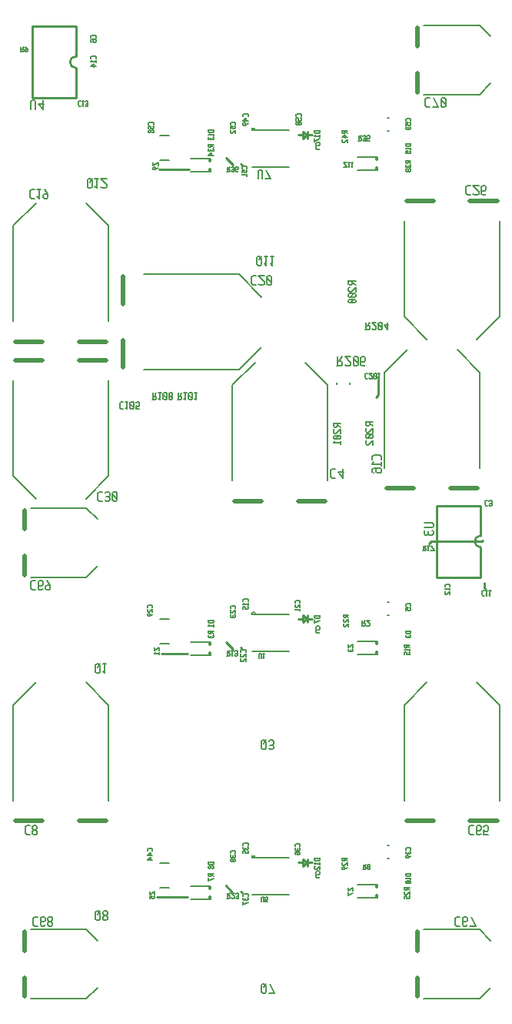
<source format=gbr>
G04 start of page 11 for group -4078 idx -4078 *
G04 Title: fet12, bottomsilk *
G04 Creator: pcb 20140316 *
G04 CreationDate: Thu 12 Apr 2018 01:23:09 AM GMT UTC *
G04 For: brian *
G04 Format: Gerber/RS-274X *
G04 PCB-Dimensions (mil): 6000.00 5000.00 *
G04 PCB-Coordinate-Origin: lower left *
%MOIN*%
%FSLAX25Y25*%
%LNBOTTOMSILK*%
%ADD197C,0.0120*%
%ADD196C,0.0200*%
%ADD195C,0.0080*%
%ADD194C,0.0060*%
%ADD193C,0.0100*%
G54D193*X278500Y79500D02*X279000Y79000D01*
X272000Y82000D02*X274500Y79500D01*
X255500Y77000D02*X242000D01*
X278500Y185000D02*X279000Y184500D01*
X272000Y187500D02*X275000Y184500D01*
X255500Y182500D02*X244000D01*
X307000Y197500D02*X305500Y196000D01*
X307500D02*Y199000D01*
X305500D02*X307000Y197500D01*
X307500D02*X309500D01*
X305500D02*X303500D01*
X307000Y92000D02*X305500Y90500D01*
Y93500D01*
X307000Y92000D01*
X307500Y90500D02*Y93500D01*
Y92000D02*X309500D01*
X305500D02*X303500D01*
X256000Y392000D02*X243000D01*
X278500Y394500D02*X279000Y394000D01*
X272000Y397000D02*X275000Y394000D01*
X307000Y407000D02*X305500Y405500D01*
Y408500D01*
X307000Y407000D01*
X307500Y405500D02*Y408500D01*
Y407000D02*X309500D01*
X305500D02*X303500D01*
X337000Y293500D02*X338000Y294500D01*
X384000Y213000D02*Y211000D01*
X384500Y210500D01*
X383500Y231500D02*X383000Y231000D01*
X361000D01*
X360000Y230000D01*
X338000Y294500D02*Y301000D01*
X305500Y196000D02*Y199000D01*
G54D194*X312500Y400750D02*X312875Y401125D01*
X311375Y400750D02*X312500D01*
X311000Y401125D02*X311375Y400750D01*
X311000Y401125D02*Y403375D01*
X311375Y403750D01*
X312500D01*
X312875Y403375D01*
Y402625D02*Y403375D01*
X312500Y402250D02*X312875Y402625D01*
X311750Y402250D02*X312500D01*
Y191250D02*X312875Y191625D01*
X311375Y191250D02*X312500D01*
X311000Y191625D02*X311375Y191250D01*
X311000Y191625D02*Y193875D01*
X311375Y194250D01*
X312500D01*
X312875Y193875D01*
Y193125D02*Y193875D01*
X312500Y192750D02*X312875Y193125D01*
X311750Y192750D02*X312500D01*
Y85250D02*X312875Y85625D01*
X311375Y85250D02*X312500D01*
X311000Y85625D02*X311375Y85250D01*
X311000Y85625D02*Y87875D01*
X311375Y88250D01*
X312500D01*
X312875Y87875D01*
Y87125D02*Y87875D01*
X312500Y86750D02*X312875Y87125D01*
X311750Y86750D02*X312500D01*
G54D195*X342107Y408745D02*X342893D01*
X342107Y414255D02*X342893D01*
X243532Y396186D02*X247468D01*
X243532Y406814D02*X247468D01*
G54D193*X188000Y423000D02*X207000D01*
X188000Y454000D02*Y423000D01*
Y454000D02*X207000D01*
Y436000D02*Y423000D01*
Y454000D02*Y441000D01*
G75*G03X207000Y436000I0J-2500D01*G01*
G54D196*X377874Y378528D02*X389685D01*
X350315D02*X362126D01*
G54D195*X390669Y369669D02*Y328331D01*
X349331Y369669D02*Y328331D01*
X359173Y318488D01*
X390669Y328331D02*X380827Y318488D01*
G54D196*X355146Y453476D02*Y445406D01*
Y433594D02*Y425524D01*
G54D195*X357902Y454461D02*X382114D01*
X357902Y424539D02*X382114D01*
X386839Y429264D01*
X382114Y454461D02*X386839Y449736D01*
G54D197*X337634Y397059D02*Y396350D01*
Y392650D02*Y391941D01*
G54D195*X329169Y397256D02*X337831D01*
X329169Y391744D02*X337831D01*
X283429Y409071D02*X299571D01*
X283429Y392929D02*X299571D01*
X284807Y409071D02*G75*G03X283232Y409071I-787J0D01*G01*
G54D197*X265134Y396559D02*Y395850D01*
Y392150D02*Y391441D01*
G54D195*X256669Y396756D02*X265331D01*
X256669Y391244D02*X265331D01*
G54D196*X227472Y345685D02*Y333874D01*
Y318126D02*Y306315D01*
G54D195*X236331Y346669D02*X277669D01*
X236331Y305331D02*X277669D01*
X287512Y315173D01*
X277669Y346669D02*X287512Y336827D01*
G54D196*X180815Y317472D02*X192626D01*
X208374D02*X220185D01*
G54D195*X179831Y367669D02*Y326331D01*
X221169Y367669D02*Y326331D01*
Y367669D02*X211327Y377512D01*
X179831Y367669D02*X189673Y377512D01*
G54D196*X208374Y309528D02*X220185D01*
X180815D02*X192626D01*
G54D195*X221169Y300669D02*Y259331D01*
X179831Y300669D02*Y259331D01*
X189673Y249488D01*
X221169Y259331D02*X211327Y249488D01*
G54D196*X184646Y244476D02*Y236406D01*
Y224594D02*Y216524D01*
G54D195*X187402Y245461D02*X211614D01*
X187402Y215539D02*X211614D01*
X216339Y220264D01*
X211614Y245461D02*X216339Y240736D01*
X325755Y299893D02*Y299107D01*
X320245Y299893D02*Y299107D01*
G54D196*X275815Y248472D02*X287626D01*
X303374D02*X315185D01*
G54D195*X274831Y298669D02*Y257331D01*
X316169Y298669D02*Y257331D01*
Y298669D02*X306327Y308512D01*
X274831Y298669D02*X284673Y308512D01*
G54D196*X341815Y253972D02*X353626D01*
X381185D02*X369374D01*
G54D195*X340831Y304169D02*Y262831D01*
X382169Y304169D02*Y262831D01*
Y304169D02*X372327Y314012D01*
X340831Y304169D02*X350673Y314012D01*
G54D193*X363500Y215500D02*X382500D01*
X363500Y246500D02*Y215500D01*
Y246500D02*X382500D01*
Y228500D02*Y215500D01*
Y246500D02*Y233500D01*
G75*G03X382500Y228500I0J-2500D01*G01*
G54D196*X180815Y109972D02*X192626D01*
X208374D02*X220185D01*
G54D195*X179831Y118831D02*Y160169D01*
X221169Y118831D02*Y160169D01*
X211327Y170012D01*
X179831Y160169D02*X189673Y170012D01*
X342107Y199245D02*X342893D01*
X342107Y204755D02*X342893D01*
G54D197*X337634Y187559D02*Y186850D01*
Y183150D02*Y182441D01*
G54D195*X329169Y187756D02*X337831D01*
X329169Y182244D02*X337831D01*
X243532Y186686D02*X247468D01*
X243532Y197314D02*X247468D01*
G54D196*X350315Y109972D02*X362126D01*
X389685D02*X377874D01*
G54D195*X349331Y160169D02*Y118831D01*
X390669Y160169D02*Y118831D01*
Y160169D02*X380827Y170012D01*
X349331Y160169D02*X359173Y170012D01*
G54D196*X355146Y61976D02*Y53906D01*
Y42094D02*Y34024D01*
G54D195*X357902Y62961D02*X382114D01*
X357902Y33039D02*X382114D01*
X386839Y37764D01*
X382114Y62961D02*X386839Y58236D01*
G54D197*X265134Y187059D02*Y186350D01*
Y182650D02*Y181941D01*
G54D195*X256669Y187256D02*X265331D01*
X256669Y181744D02*X265331D01*
X283429Y199571D02*X299571D01*
X283429Y183429D02*X299571D01*
X284807Y199571D02*G75*G03X283232Y199571I-787J0D01*G01*
X243532Y81186D02*X247468D01*
X243532Y91814D02*X247468D01*
G54D197*X265134Y81559D02*Y80850D01*
Y77150D02*Y76441D01*
G54D195*X256669Y81756D02*X265331D01*
X256669Y76244D02*X265331D01*
G54D196*X184646Y61976D02*Y53906D01*
Y42094D02*Y34024D01*
G54D195*X187402Y62961D02*X211614D01*
X187402Y33039D02*X211614D01*
X216339Y37764D01*
X211614Y62961D02*X216339Y58236D01*
X342107Y93745D02*X342893D01*
X342107Y99255D02*X342893D01*
X283429Y94071D02*X299571D01*
X283429Y77929D02*X299571D01*
X284807Y94071D02*G75*G03X283232Y94071I-787J0D01*G01*
G54D197*X337634Y82059D02*Y81350D01*
Y77650D02*Y76941D01*
G54D195*X329169Y82256D02*X337831D01*
X329169Y76744D02*X337831D01*
G54D194*X185700Y108000D02*X187000D01*
X185000Y107300D02*X185700Y108000D01*
X185000Y104700D02*Y107300D01*
Y104700D02*X185700Y104000D01*
X187000D01*
X188200Y107500D02*X188700Y108000D01*
X188200Y106700D02*Y107500D01*
Y106700D02*X188900Y106000D01*
X189500D01*
X190200Y106700D01*
Y107500D01*
X189700Y108000D02*X190200Y107500D01*
X188700Y108000D02*X189700D01*
X188200Y105300D02*X188900Y106000D01*
X188200Y104500D02*Y105300D01*
Y104500D02*X188700Y104000D01*
X189700D01*
X190200Y104500D01*
Y105300D01*
X189500Y106000D02*X190200Y105300D01*
X189200Y68500D02*X190500D01*
X188500Y67800D02*X189200Y68500D01*
X188500Y65200D02*Y67800D01*
Y65200D02*X189200Y64500D01*
X190500D01*
X193200D02*X193700Y65000D01*
X192200Y64500D02*X193200D01*
X191700Y65000D02*X192200Y64500D01*
X191700Y65000D02*Y68000D01*
X192200Y68500D01*
X193200Y66300D02*X193700Y66800D01*
X191700Y66300D02*X193200D01*
X192200Y68500D02*X193200D01*
X193700Y68000D01*
Y66800D02*Y68000D01*
X194900D02*X195400Y68500D01*
X194900Y67200D02*Y68000D01*
Y67200D02*X195600Y66500D01*
X196200D01*
X196900Y67200D01*
Y68000D01*
X196400Y68500D02*X196900Y68000D01*
X195400Y68500D02*X196400D01*
X194900Y65800D02*X195600Y66500D01*
X194900Y65000D02*Y65800D01*
Y65000D02*X195400Y64500D01*
X196400D01*
X196900Y65000D01*
Y65800D01*
X196200Y66500D02*X196900Y65800D01*
X217200Y252500D02*X218500D01*
X216500Y251800D02*X217200Y252500D01*
X216500Y249200D02*Y251800D01*
Y249200D02*X217200Y248500D01*
X218500D01*
X219700Y249000D02*X220200Y248500D01*
X221200D01*
X221700Y249000D01*
X221200Y252500D02*X221700Y252000D01*
X220200Y252500D02*X221200D01*
X219700Y252000D02*X220200Y252500D01*
Y250300D02*X221200D01*
X221700Y249000D02*Y249800D01*
Y250800D02*Y252000D01*
Y250800D02*X221200Y250300D01*
X221700Y249800D02*X221200Y250300D01*
X222900Y252000D02*X223400Y252500D01*
X222900Y249000D02*Y252000D01*
Y249000D02*X223400Y248500D01*
X224400D01*
X224900Y249000D01*
Y252000D01*
X224400Y252500D02*X224900Y252000D01*
X223400Y252500D02*X224400D01*
X222900Y251500D02*X224900Y249500D01*
X215500Y174500D02*Y177500D01*
Y174500D02*X216000Y174000D01*
X217000D01*
X217500Y174500D01*
Y177000D01*
X216500Y178000D02*X217500Y177000D01*
X216000Y178000D02*X216500D01*
X215500Y177500D02*X216000Y178000D01*
X216500Y176500D02*X217500Y178000D01*
X218700Y174800D02*X219500Y174000D01*
Y178000D01*
X218700D02*X220200D01*
X188200Y214000D02*X189500D01*
X187500Y213300D02*X188200Y214000D01*
X187500Y210700D02*Y213300D01*
Y210700D02*X188200Y210000D01*
X189500D01*
X192200D02*X192700Y210500D01*
X191200Y210000D02*X192200D01*
X190700Y210500D02*X191200Y210000D01*
X190700Y210500D02*Y213500D01*
X191200Y214000D01*
X192200Y211800D02*X192700Y212300D01*
X190700Y211800D02*X192200D01*
X191200Y214000D02*X192200D01*
X192700Y213500D01*
Y212300D02*Y213500D01*
X194400Y214000D02*X195900Y212000D01*
Y210500D02*Y212000D01*
X195400Y210000D02*X195900Y210500D01*
X194400Y210000D02*X195400D01*
X193900Y210500D02*X194400Y210000D01*
X193900Y210500D02*Y211500D01*
X194400Y212000D01*
X195900D01*
X264540Y409230D02*X266700D01*
X264540Y408528D02*X264918Y408150D01*
X266322D01*
X266700Y408528D02*X266322Y408150D01*
X266700Y408528D02*Y409500D01*
X264540Y408528D02*Y409500D01*
X264972Y407502D02*X264540Y407070D01*
X266700D01*
Y406692D02*Y407502D01*
X264810Y406044D02*X264540Y405774D01*
Y405234D02*Y405774D01*
Y405234D02*X264810Y404964D01*
X266700Y405234D02*X266430Y404964D01*
X266700Y405234D02*Y405774D01*
X266430Y406044D02*X266700Y405774D01*
X265512Y405234D02*Y405774D01*
X264810Y404964D02*X265242D01*
X265782D02*X266430D01*
X265782D02*X265512Y405234D01*
X265242Y404964D02*X265512Y405234D01*
X272500Y391040D02*X273580D01*
X273850Y391310D01*
Y391850D01*
X273580Y392120D02*X273850Y391850D01*
X272770Y392120D02*X273580D01*
X272770Y391040D02*Y393200D01*
X273202Y392120D02*X273850Y393200D01*
X274498Y391310D02*X274768Y391040D01*
X275308D01*
X275578Y391310D01*
X275308Y393200D02*X275578Y392930D01*
X274768Y393200D02*X275308D01*
X274498Y392930D02*X274768Y393200D01*
Y392012D02*X275308D01*
X275578Y391310D02*Y391742D01*
Y392282D02*Y392930D01*
Y392282D02*X275308Y392012D01*
X275578Y391742D02*X275308Y392012D01*
X277036Y391040D02*X277306Y391310D01*
X276496Y391040D02*X277036D01*
X276226Y391310D02*X276496Y391040D01*
X276226Y391310D02*Y392930D01*
X276496Y393200D01*
X277036Y392012D02*X277306Y392282D01*
X276226Y392012D02*X277036D01*
X276496Y393200D02*X277036D01*
X277306Y392930D01*
Y392282D02*Y392930D01*
X281200Y392420D02*Y393122D01*
X280822Y393500D02*X281200Y393122D01*
X279418Y393500D02*X280822D01*
X279418D02*X279040Y393122D01*
Y392420D02*Y393122D01*
Y390692D02*Y391772D01*
X280120D01*
X279850Y391502D01*
Y390962D02*Y391502D01*
Y390962D02*X280120Y390692D01*
X280930D01*
X281200Y390962D02*X280930Y390692D01*
X281200Y390962D02*Y391502D01*
X280930Y391772D02*X281200Y391502D01*
X279472Y390044D02*X279040Y389612D01*
X281200D01*
Y389234D02*Y390044D01*
X286000Y387970D02*Y391365D01*
X286485Y391850D01*
X287455D01*
X287940Y391365D01*
Y387970D02*Y391365D01*
X289589Y391850D02*X291529Y387970D01*
X289104D02*X291529D01*
X276200Y411420D02*Y412122D01*
X275822Y412500D02*X276200Y412122D01*
X274418Y412500D02*X275822D01*
X274418D02*X274040Y412122D01*
Y411420D02*Y412122D01*
Y409692D02*Y410772D01*
X275120D01*
X274850Y410502D01*
Y409962D02*Y410502D01*
Y409962D02*X275120Y409692D01*
X275930D01*
X276200Y409962D02*X275930Y409692D01*
X276200Y409962D02*Y410502D01*
X275930Y410772D02*X276200Y410502D01*
X274310Y409044D02*X274040Y408774D01*
Y407964D02*Y408774D01*
Y407964D02*X274310Y407694D01*
X274850D01*
X276200Y409044D02*X274850Y407694D01*
X276200D02*Y409044D01*
X304700Y414920D02*Y415622D01*
X304322Y416000D02*X304700Y415622D01*
X302918Y416000D02*X304322D01*
X302918D02*X302540Y415622D01*
Y414920D02*Y415622D01*
Y413192D02*Y414272D01*
X303620D01*
X303350Y414002D01*
Y413462D02*Y414002D01*
Y413462D02*X303620Y413192D01*
X304430D01*
X304700Y413462D02*X304430Y413192D01*
X304700Y413462D02*Y414002D01*
X304430Y414272D02*X304700Y414002D01*
X304430Y412544D02*X304700Y412274D01*
X302810Y412544D02*X304430D01*
X302810D02*X302540Y412274D01*
Y411734D02*Y412274D01*
Y411734D02*X302810Y411464D01*
X304430D01*
X304700Y411734D02*X304430Y411464D01*
X304700Y411734D02*Y412274D01*
X304160Y412544D02*X303080Y411464D01*
X281700Y414920D02*Y415622D01*
X281322Y416000D02*X281700Y415622D01*
X279918Y416000D02*X281322D01*
X279918D02*X279540Y415622D01*
Y414920D02*Y415622D01*
X280890Y414272D02*X279540Y413192D01*
X280890Y412922D02*Y414272D01*
X279540Y413192D02*X281700D01*
Y412004D02*X280620Y411194D01*
X279810D02*X280620D01*
X279540Y411464D02*X279810Y411194D01*
X279540Y411464D02*Y412004D01*
X279810Y412274D02*X279540Y412004D01*
X279810Y412274D02*X280350D01*
X280620Y412004D01*
Y411194D02*Y412004D01*
X264540Y401920D02*Y403000D01*
Y401920D02*X264810Y401650D01*
X265350D01*
X265620Y401920D02*X265350Y401650D01*
X265620Y401920D02*Y402730D01*
X264540D02*X266700D01*
X265620Y402298D02*X266700Y401650D01*
X264810Y401002D02*X264540Y400732D01*
Y400192D02*Y400732D01*
Y400192D02*X264810Y399922D01*
X266700Y400192D02*X266430Y399922D01*
X266700Y400192D02*Y400732D01*
X266430Y401002D02*X266700Y400732D01*
X265512Y400192D02*Y400732D01*
X264810Y399922D02*X265242D01*
X265782D02*X266430D01*
X265782D02*X265512Y400192D01*
X265242Y399922D02*X265512Y400192D01*
X265890Y399274D02*X264540Y398194D01*
X265890Y397924D02*Y399274D01*
X264540Y398194D02*X266700D01*
X187700Y383500D02*X189000D01*
X187000Y382800D02*X187700Y383500D01*
X187000Y380200D02*Y382800D01*
Y380200D02*X187700Y379500D01*
X189000D01*
X190200Y380300D02*X191000Y379500D01*
Y383500D01*
X190200D02*X191700D01*
X193400D02*X194900Y381500D01*
Y380000D02*Y381500D01*
X194400Y379500D02*X194900Y380000D01*
X193400Y379500D02*X194400D01*
X192900Y380000D02*X193400Y379500D01*
X192900Y380000D02*Y381000D01*
X193400Y381500D01*
X194900D01*
X183000Y443040D02*X184080D01*
X184350Y443310D01*
Y443850D01*
X184080Y444120D02*X184350Y443850D01*
X183270Y444120D02*X184080D01*
X183270Y443040D02*Y445200D01*
X183702Y444120D02*X184350Y445200D01*
X185268D02*X186078Y444120D01*
Y443310D02*Y444120D01*
X185808Y443040D02*X186078Y443310D01*
X185268Y443040D02*X185808D01*
X184998Y443310D02*X185268Y443040D01*
X184998Y443310D02*Y443850D01*
X185268Y444120D01*
X186078D01*
X187500Y418000D02*Y421500D01*
X188000Y422000D01*
X189000D01*
X189500Y421500D01*
Y418000D02*Y421500D01*
X190700Y420500D02*X192700Y418000D01*
X190700Y420500D02*X193200D01*
X192700Y418000D02*Y422000D01*
X240700Y411420D02*Y412122D01*
X240322Y412500D02*X240700Y412122D01*
X238918Y412500D02*X240322D01*
X238918D02*X238540Y412122D01*
Y411420D02*Y412122D01*
Y409692D02*Y410772D01*
X239620D01*
X239350Y410502D01*
Y409962D02*Y410502D01*
Y409962D02*X239620Y409692D01*
X240430D01*
X240700Y409962D02*X240430Y409692D01*
X240700Y409962D02*Y410502D01*
X240430Y410772D02*X240700Y410502D01*
X240430Y409044D02*X240700Y408774D01*
X239998Y409044D02*X240430D01*
X239998D02*X239620Y408666D01*
Y408342D02*Y408666D01*
Y408342D02*X239998Y407964D01*
X240430D01*
X240700Y408234D02*X240430Y407964D01*
X240700Y408234D02*Y408774D01*
X239242Y409044D02*X239620Y408666D01*
X238810Y409044D02*X239242D01*
X238810D02*X238540Y408774D01*
Y408234D02*Y408774D01*
Y408234D02*X238810Y407964D01*
X239242D01*
X239620Y408342D02*X239242Y407964D01*
X212000Y384500D02*Y387500D01*
Y384500D02*X212500Y384000D01*
X213500D01*
X214000Y384500D01*
Y387000D01*
X213000Y388000D02*X214000Y387000D01*
X212500Y388000D02*X213000D01*
X212000Y387500D02*X212500Y388000D01*
X213000Y386500D02*X214000Y388000D01*
X215200Y384800D02*X216000Y384000D01*
Y388000D01*
X215200D02*X216700D01*
X217900Y384500D02*X218400Y384000D01*
X219900D01*
X220400Y384500D01*
Y385500D01*
X217900Y388000D02*X220400Y385500D01*
X217900Y388000D02*X220400D01*
X215700Y448920D02*Y449622D01*
X215322Y450000D02*X215700Y449622D01*
X213918Y450000D02*X215322D01*
X213918D02*X213540Y449622D01*
Y448920D02*Y449622D01*
Y447462D02*X213810Y447192D01*
X213540Y447462D02*Y448002D01*
X213810Y448272D02*X213540Y448002D01*
X213810Y448272D02*X215430D01*
X215700Y448002D01*
X214512Y447462D02*X214782Y447192D01*
X214512Y447462D02*Y448272D01*
X215700Y447462D02*Y448002D01*
Y447462D02*X215430Y447192D01*
X214782D02*X215430D01*
X215700Y439920D02*Y440622D01*
X215322Y441000D02*X215700Y440622D01*
X213918Y441000D02*X215322D01*
X213918D02*X213540Y440622D01*
Y439920D02*Y440622D01*
X213972Y439272D02*X213540Y438840D01*
X215700D01*
Y438462D02*Y439272D01*
X214890Y437814D02*X213540Y436734D01*
X214890Y436464D02*Y437814D01*
X213540Y436734D02*X215700D01*
X208378Y421700D02*X209080D01*
X208000Y421322D02*X208378Y421700D01*
X208000Y419918D02*Y421322D01*
Y419918D02*X208378Y419540D01*
X209080D01*
X209728Y419972D02*X210160Y419540D01*
Y421700D01*
X209728D02*X210538D01*
X211186Y419810D02*X211456Y419540D01*
X211996D01*
X212266Y419810D01*
X211996Y421700D02*X212266Y421430D01*
X211456Y421700D02*X211996D01*
X211186Y421430D02*X211456Y421700D01*
Y420512D02*X211996D01*
X212266Y419810D02*Y420242D01*
Y420782D02*Y421430D01*
Y420782D02*X211996Y420512D01*
X212266Y420242D02*X211996Y420512D01*
X240540Y393650D02*Y395000D01*
X242700D02*X240540Y393650D01*
X242700D02*Y395000D01*
Y392732D02*X241620Y391922D01*
X240810D02*X241620D01*
X240540Y392192D02*X240810Y391922D01*
X240540Y392192D02*Y392732D01*
X240810Y393002D02*X240540Y392732D01*
X240810Y393002D02*X241350D01*
X241620Y392732D01*
Y391922D02*Y392732D01*
X325270Y342460D02*Y344000D01*
Y342460D02*X325655Y342075D01*
X326425D01*
X326810Y342460D02*X326425Y342075D01*
X326810Y342460D02*Y343615D01*
X325270D02*X328350D01*
X326810Y342999D02*X328350Y342075D01*
X325655Y341151D02*X325270Y340766D01*
Y339611D02*Y340766D01*
Y339611D02*X325655Y339226D01*
X326425D01*
X328350Y341151D02*X326425Y339226D01*
X328350D02*Y341151D01*
X327965Y338302D02*X328350Y337917D01*
X325655Y338302D02*X327965D01*
X325655D02*X325270Y337917D01*
Y337147D02*Y337917D01*
Y337147D02*X325655Y336762D01*
X327965D01*
X328350Y337147D02*X327965Y336762D01*
X328350Y337147D02*Y337917D01*
X327580Y338302D02*X326040Y336762D01*
X327965Y335838D02*X328350Y335453D01*
X325655Y335838D02*X327965D01*
X325655D02*X325270Y335453D01*
Y334683D02*Y335453D01*
Y334683D02*X325655Y334298D01*
X327965D01*
X328350Y334683D02*X327965Y334298D01*
X328350Y334683D02*Y335453D01*
X327580Y335838D02*X326040Y334298D01*
X285500Y351000D02*Y354000D01*
Y351000D02*X286000Y350500D01*
X287000D01*
X287500Y351000D01*
Y353500D01*
X286500Y354500D02*X287500Y353500D01*
X286000Y354500D02*X286500D01*
X285500Y354000D02*X286000Y354500D01*
X286500Y353000D02*X287500Y354500D01*
X288700Y351300D02*X289500Y350500D01*
Y354500D01*
X288700D02*X290200D01*
X291400Y351300D02*X292200Y350500D01*
Y354500D01*
X291400D02*X292900D01*
X283700Y346000D02*X285000D01*
X283000Y345300D02*X283700Y346000D01*
X283000Y342700D02*Y345300D01*
Y342700D02*X283700Y342000D01*
X285000D01*
X286200Y342500D02*X286700Y342000D01*
X288200D01*
X288700Y342500D01*
Y343500D01*
X286200Y346000D02*X288700Y343500D01*
X286200Y346000D02*X288700D01*
X289900Y345500D02*X290400Y346000D01*
X289900Y342500D02*Y345500D01*
Y342500D02*X290400Y342000D01*
X291400D01*
X291900Y342500D01*
Y345500D01*
X291400Y346000D02*X291900Y345500D01*
X290400Y346000D02*X291400D01*
X289900Y345000D02*X291900Y343000D01*
X323000Y393040D02*X324350D01*
X323000Y395200D02*X324350Y393040D01*
X323000Y395200D02*X324350D01*
X324998Y393472D02*X325430Y393040D01*
Y395200D01*
X324998D02*X325808D01*
X326456Y393472D02*X326888Y393040D01*
Y395200D01*
X326456D02*X327266D01*
X350040Y403230D02*X352200D01*
X350040Y402528D02*X350418Y402150D01*
X351822D01*
X352200Y402528D02*X351822Y402150D01*
X352200Y402528D02*Y403500D01*
X350040Y402528D02*Y403500D01*
X350472Y401502D02*X350040Y401070D01*
X352200D01*
Y400692D02*Y401502D01*
X350040Y398964D02*Y400044D01*
X351120D01*
X350850Y399774D01*
Y399234D02*Y399774D01*
Y399234D02*X351120Y398964D01*
X351930D01*
X352200Y399234D02*X351930Y398964D01*
X352200Y399234D02*Y399774D01*
X351930Y400044D02*X352200Y399774D01*
X350040Y394920D02*Y396000D01*
Y394920D02*X350310Y394650D01*
X350850D01*
X351120Y394920D02*X350850Y394650D01*
X351120Y394920D02*Y395730D01*
X350040D02*X352200D01*
X351120Y395298D02*X352200Y394650D01*
X350310Y394002D02*X350040Y393732D01*
Y393192D02*Y393732D01*
Y393192D02*X350310Y392922D01*
X352200Y393192D02*X351930Y392922D01*
X352200Y393192D02*Y393732D01*
X351930Y394002D02*X352200Y393732D01*
X351012Y393192D02*Y393732D01*
X350310Y392922D02*X350742D01*
X351282D02*X351930D01*
X351282D02*X351012Y393192D01*
X350742Y392922D02*X351012Y393192D01*
X351930Y392274D02*X352200Y392004D01*
X351498Y392274D02*X351930D01*
X351498D02*X351120Y391896D01*
Y391572D02*Y391896D01*
Y391572D02*X351498Y391194D01*
X351930D01*
X352200Y391464D02*X351930Y391194D01*
X352200Y391464D02*Y392004D01*
X350742Y392274D02*X351120Y391896D01*
X350310Y392274D02*X350742D01*
X350310D02*X350040Y392004D01*
Y391464D02*Y392004D01*
Y391464D02*X350310Y391194D01*
X350742D01*
X351120Y391572D02*X350742Y391194D01*
X352200Y412920D02*Y413622D01*
X351822Y414000D02*X352200Y413622D01*
X350418Y414000D02*X351822D01*
X350418D02*X350040Y413622D01*
Y412920D02*Y413622D01*
Y411192D02*Y412272D01*
X351120D01*
X350850Y412002D01*
Y411462D02*Y412002D01*
Y411462D02*X351120Y411192D01*
X351930D01*
X352200Y411462D02*X351930Y411192D01*
X352200Y411462D02*Y412002D01*
X351930Y412272D02*X352200Y412002D01*
X350310Y410544D02*X350040Y410274D01*
Y409734D02*Y410274D01*
Y409734D02*X350310Y409464D01*
X352200Y409734D02*X351930Y409464D01*
X352200Y409734D02*Y410274D01*
X351930Y410544D02*X352200Y410274D01*
X351012Y409734D02*Y410274D01*
X350310Y409464D02*X350742D01*
X351282D02*X351930D01*
X351282D02*X351012Y409734D01*
X350742Y409464D02*X351012Y409734D01*
X329500Y404540D02*X330580D01*
X330850Y404810D01*
Y405350D01*
X330580Y405620D02*X330850Y405350D01*
X329770Y405620D02*X330580D01*
X329770Y404540D02*Y406700D01*
X330202Y405620D02*X330850Y406700D01*
X331498Y404810D02*X331768Y404540D01*
X332308D01*
X332578Y404810D01*
X332308Y406700D02*X332578Y406430D01*
X331768Y406700D02*X332308D01*
X331498Y406430D02*X331768Y406700D01*
Y405512D02*X332308D01*
X332578Y404810D02*Y405242D01*
Y405782D02*Y406430D01*
Y405782D02*X332308Y405512D01*
X332578Y405242D02*X332308Y405512D01*
X333226Y404540D02*X334306D01*
X333226D02*Y405620D01*
X333496Y405350D01*
X334036D01*
X334306Y405620D01*
Y406430D01*
X334036Y406700D02*X334306Y406430D01*
X333496Y406700D02*X334036D01*
X333226Y406430D02*X333496Y406700D01*
X322540Y407920D02*Y409000D01*
Y407920D02*X322810Y407650D01*
X323350D01*
X323620Y407920D02*X323350Y407650D01*
X323620Y407920D02*Y408730D01*
X322540D02*X324700D01*
X323620Y408298D02*X324700Y407650D01*
X323890Y407002D02*X322540Y405922D01*
X323890Y405652D02*Y407002D01*
X322540Y405922D02*X324700D01*
X322810Y405004D02*X322540Y404734D01*
Y403924D02*Y404734D01*
Y403924D02*X322810Y403654D01*
X323350D01*
X324700Y405004D02*X323350Y403654D01*
X324700D02*Y405004D01*
X310540Y408730D02*X312700D01*
X310540Y408028D02*X310918Y407650D01*
X312322D01*
X312700Y408028D02*X312322Y407650D01*
X312700Y408028D02*Y409000D01*
X310540Y408028D02*Y409000D01*
X310972Y407002D02*X310540Y406570D01*
X312700D01*
Y406192D02*Y407002D01*
Y405274D02*X310540Y404194D01*
Y405544D01*
X359200Y423000D02*X360500D01*
X358500Y422300D02*X359200Y423000D01*
X358500Y419700D02*Y422300D01*
Y419700D02*X359200Y419000D01*
X360500D01*
X362200Y423000D02*X364200Y419000D01*
X361700D02*X364200D01*
X365400Y422500D02*X365900Y423000D01*
X365400Y419500D02*Y422500D01*
Y419500D02*X365900Y419000D01*
X366900D01*
X367400Y419500D01*
Y422500D01*
X366900Y423000D02*X367400Y422500D01*
X365900Y423000D02*X366900D01*
X365400Y422000D02*X367400Y420000D01*
X240000Y292270D02*X241540D01*
X241925Y292655D01*
Y293425D01*
X241540Y293810D02*X241925Y293425D01*
X240385Y293810D02*X241540D01*
X240385Y292270D02*Y295350D01*
X241001Y293810D02*X241925Y295350D01*
X242849Y292886D02*X243465Y292270D01*
Y295350D01*
X242849D02*X244004D01*
X244928Y294965D02*X245313Y295350D01*
X244928Y292655D02*Y294965D01*
Y292655D02*X245313Y292270D01*
X246083D01*
X246468Y292655D01*
Y294965D01*
X246083Y295350D02*X246468Y294965D01*
X245313Y295350D02*X246083D01*
X244928Y294580D02*X246468Y293040D01*
X247392Y294965D02*X247777Y295350D01*
X247392Y292655D02*Y294965D01*
Y292655D02*X247777Y292270D01*
X248547D01*
X248932Y292655D01*
Y294965D01*
X248547Y295350D02*X248932Y294965D01*
X247777Y295350D02*X248547D01*
X247392Y294580D02*X248932Y293040D01*
X251000Y292270D02*X252540D01*
X252925Y292655D01*
Y293425D01*
X252540Y293810D02*X252925Y293425D01*
X251385Y293810D02*X252540D01*
X251385Y292270D02*Y295350D01*
X252001Y293810D02*X252925Y295350D01*
X253849Y292886D02*X254465Y292270D01*
Y295350D01*
X253849D02*X255004D01*
X255928Y294965D02*X256313Y295350D01*
X255928Y292655D02*Y294965D01*
Y292655D02*X256313Y292270D01*
X257083D01*
X257468Y292655D01*
Y294965D01*
X257083Y295350D02*X257468Y294965D01*
X256313Y295350D02*X257083D01*
X255928Y294580D02*X257468Y293040D01*
X258392Y292886D02*X259008Y292270D01*
Y295350D01*
X258392D02*X259547D01*
X226539Y291350D02*X227540D01*
X226000Y290811D02*X226539Y291350D01*
X226000Y288809D02*Y290811D01*
Y288809D02*X226539Y288270D01*
X227540D01*
X228464Y288886D02*X229080Y288270D01*
Y291350D01*
X228464D02*X229619D01*
X230543Y290965D02*X230928Y291350D01*
X230543Y288655D02*Y290965D01*
Y288655D02*X230928Y288270D01*
X231698D01*
X232083Y288655D01*
Y290965D01*
X231698Y291350D02*X232083Y290965D01*
X230928Y291350D02*X231698D01*
X230543Y290580D02*X232083Y289040D01*
X233007Y288270D02*X234547D01*
X233007D02*Y289810D01*
X233392Y289425D01*
X234162D01*
X234547Y289810D01*
Y290965D01*
X234162Y291350D02*X234547Y290965D01*
X233392Y291350D02*X234162D01*
X233007Y290965D02*X233392Y291350D01*
X332500Y322770D02*X334040D01*
X334425Y323155D01*
Y323925D01*
X334040Y324310D02*X334425Y323925D01*
X332885Y324310D02*X334040D01*
X332885Y322770D02*Y325850D01*
X333501Y324310D02*X334425Y325850D01*
X335349Y323155D02*X335734Y322770D01*
X336889D01*
X337274Y323155D01*
Y323925D01*
X335349Y325850D02*X337274Y323925D01*
X335349Y325850D02*X337274D01*
X338198Y325465D02*X338583Y325850D01*
X338198Y323155D02*Y325465D01*
Y323155D02*X338583Y322770D01*
X339353D01*
X339738Y323155D01*
Y325465D01*
X339353Y325850D02*X339738Y325465D01*
X338583Y325850D02*X339353D01*
X338198Y325080D02*X339738Y323540D01*
X340662Y324695D02*X342202Y322770D01*
X340662Y324695D02*X342587D01*
X342202Y322770D02*Y325850D01*
X339500Y266500D02*Y267800D01*
X338800Y268500D02*X339500Y267800D01*
X336200Y268500D02*X338800D01*
X336200D02*X335500Y267800D01*
Y266500D02*Y267800D01*
X336300Y265300D02*X335500Y264500D01*
X339500D01*
Y263800D02*Y265300D01*
X335500Y261100D02*X336000Y260600D01*
X335500Y261100D02*Y262100D01*
X336000Y262600D02*X335500Y262100D01*
X336000Y262600D02*X339000D01*
X339500Y262100D01*
X337300Y261100D02*X337800Y260600D01*
X337300Y261100D02*Y262600D01*
X339500Y261100D02*Y262100D01*
Y261100D02*X339000Y260600D01*
X337800D02*X339000D01*
X358000Y239000D02*X361500D01*
X362000Y238500D01*
Y237500D02*Y238500D01*
Y237500D02*X361500Y237000D01*
X358000D02*X361500D01*
X358500Y235800D02*X358000Y235300D01*
Y234300D02*Y235300D01*
Y234300D02*X358500Y233800D01*
X362000Y234300D02*X361500Y233800D01*
X362000Y234300D02*Y235300D01*
X361500Y235800D02*X362000Y235300D01*
X359800Y234300D02*Y235300D01*
X358500Y233800D02*X359300D01*
X360300D02*X361500D01*
X360300D02*X359800Y234300D01*
X359300Y233800D02*X359800Y234300D01*
X376700Y385000D02*X378000D01*
X376000Y384300D02*X376700Y385000D01*
X376000Y381700D02*Y384300D01*
Y381700D02*X376700Y381000D01*
X378000D01*
X379200Y381500D02*X379700Y381000D01*
X381200D01*
X381700Y381500D01*
Y382500D01*
X379200Y385000D02*X381700Y382500D01*
X379200Y385000D02*X381700D01*
X384400Y381000D02*X384900Y381500D01*
X383400Y381000D02*X384400D01*
X382900Y381500D02*X383400Y381000D01*
X382900Y381500D02*Y384500D01*
X383400Y385000D01*
X384400Y382800D02*X384900Y383300D01*
X382900Y382800D02*X384400D01*
X383400Y385000D02*X384400D01*
X384900Y384500D01*
Y383300D02*Y384500D01*
X384878Y248700D02*X385580D01*
X384500Y248322D02*X384878Y248700D01*
X384500Y246918D02*Y248322D01*
Y246918D02*X384878Y246540D01*
X385580D01*
X386228Y246810D02*X386498Y246540D01*
X387038D01*
X387308Y246810D01*
X387038Y248700D02*X387308Y248430D01*
X386498Y248700D02*X387038D01*
X386228Y248430D02*X386498Y248700D01*
Y247512D02*X387038D01*
X387308Y246810D02*Y247242D01*
Y247782D02*Y248430D01*
Y247782D02*X387038Y247512D01*
X387308Y247242D02*X387038Y247512D01*
X318770Y280960D02*Y282500D01*
Y280960D02*X319155Y280575D01*
X319925D01*
X320310Y280960D02*X319925Y280575D01*
X320310Y280960D02*Y282115D01*
X318770D02*X321850D01*
X320310Y281499D02*X321850Y280575D01*
X319155Y279651D02*X318770Y279266D01*
Y278111D02*Y279266D01*
Y278111D02*X319155Y277726D01*
X319925D01*
X321850Y279651D02*X319925Y277726D01*
X321850D02*Y279651D01*
X321465Y276802D02*X321850Y276417D01*
X319155Y276802D02*X321465D01*
X319155D02*X318770Y276417D01*
Y275647D02*Y276417D01*
Y275647D02*X319155Y275262D01*
X321465D01*
X321850Y275647D02*X321465Y275262D01*
X321850Y275647D02*Y276417D01*
X321080Y276802D02*X319540Y275262D01*
X319386Y274338D02*X318770Y273722D01*
X321850D01*
Y273183D02*Y274338D01*
X332770Y281460D02*Y283000D01*
Y281460D02*X333155Y281075D01*
X333925D01*
X334310Y281460D02*X333925Y281075D01*
X334310Y281460D02*Y282615D01*
X332770D02*X335850D01*
X334310Y281999D02*X335850Y281075D01*
X333155Y280151D02*X332770Y279766D01*
Y278611D02*Y279766D01*
Y278611D02*X333155Y278226D01*
X333925D01*
X335850Y280151D02*X333925Y278226D01*
X335850D02*Y280151D01*
X335465Y277302D02*X335850Y276917D01*
X333155Y277302D02*X335465D01*
X333155D02*X332770Y276917D01*
Y276147D02*Y276917D01*
Y276147D02*X333155Y275762D01*
X335465D01*
X335850Y276147D02*X335465Y275762D01*
X335850Y276147D02*Y276917D01*
X335080Y277302D02*X333540Y275762D01*
X333155Y274838D02*X332770Y274453D01*
Y273298D02*Y274453D01*
Y273298D02*X333155Y272913D01*
X333925D01*
X335850Y274838D02*X333925Y272913D01*
X335850D02*Y274838D01*
X332878Y303700D02*X333580D01*
X332500Y303322D02*X332878Y303700D01*
X332500Y301918D02*Y303322D01*
Y301918D02*X332878Y301540D01*
X333580D01*
X334228Y301810D02*X334498Y301540D01*
X335308D01*
X335578Y301810D01*
Y302350D01*
X334228Y303700D02*X335578Y302350D01*
X334228Y303700D02*X335578D01*
X336226Y303430D02*X336496Y303700D01*
X336226Y301810D02*Y303430D01*
Y301810D02*X336496Y301540D01*
X337036D01*
X337306Y301810D01*
Y303430D01*
X337036Y303700D02*X337306Y303430D01*
X336496Y303700D02*X337036D01*
X336226Y303160D02*X337306Y302080D01*
X337954Y301972D02*X338386Y301540D01*
Y303700D01*
X337954D02*X338764D01*
X320000Y307000D02*X322000D01*
X322500Y307500D01*
Y308500D01*
X322000Y309000D02*X322500Y308500D01*
X320500Y309000D02*X322000D01*
X320500Y307000D02*Y311000D01*
X321300Y309000D02*X322500Y311000D01*
X323700Y307500D02*X324200Y307000D01*
X325700D01*
X326200Y307500D01*
Y308500D01*
X323700Y311000D02*X326200Y308500D01*
X323700Y311000D02*X326200D01*
X327400Y310500D02*X327900Y311000D01*
X327400Y307500D02*Y310500D01*
Y307500D02*X327900Y307000D01*
X328900D01*
X329400Y307500D01*
Y310500D01*
X328900Y311000D02*X329400Y310500D01*
X327900Y311000D02*X328900D01*
X327400Y310000D02*X329400Y308000D01*
X332100Y307000D02*X332600Y307500D01*
X331100Y307000D02*X332100D01*
X330600Y307500D02*X331100Y307000D01*
X330600Y307500D02*Y310500D01*
X331100Y311000D01*
X332100Y308800D02*X332600Y309300D01*
X330600Y308800D02*X332100D01*
X331100Y311000D02*X332100D01*
X332600Y310500D01*
Y309300D02*Y310500D01*
X318200Y262500D02*X319500D01*
X317500Y261800D02*X318200Y262500D01*
X317500Y259200D02*Y261800D01*
Y259200D02*X318200Y258500D01*
X319500D01*
X320700Y261000D02*X322700Y258500D01*
X320700Y261000D02*X323200D01*
X322700Y258500D02*Y262500D01*
X240200Y202420D02*Y203122D01*
X239822Y203500D02*X240200Y203122D01*
X238418Y203500D02*X239822D01*
X238418D02*X238040Y203122D01*
Y202420D02*Y203122D01*
X238310Y201772D02*X238040Y201502D01*
Y200692D02*Y201502D01*
Y200692D02*X238310Y200422D01*
X238850D01*
X240200Y201772D02*X238850Y200422D01*
X240200D02*Y201772D01*
Y199504D02*X239120Y198694D01*
X238310D02*X239120D01*
X238040Y198964D02*X238310Y198694D01*
X238040Y198964D02*Y199504D01*
X238310Y199774D02*X238040Y199504D01*
X238310Y199774D02*X238850D01*
X239120Y199504D01*
Y198694D02*Y199504D01*
X276200Y201920D02*Y202622D01*
X275822Y203000D02*X276200Y202622D01*
X274418Y203000D02*X275822D01*
X274418D02*X274040Y202622D01*
Y201920D02*Y202622D01*
X274310Y201272D02*X274040Y201002D01*
Y200192D02*Y201002D01*
Y200192D02*X274310Y199922D01*
X274850D01*
X276200Y201272D02*X274850Y199922D01*
X276200D02*Y201272D01*
X274310Y199274D02*X274040Y199004D01*
Y198464D02*Y199004D01*
Y198464D02*X274310Y198194D01*
X276200Y198464D02*X275930Y198194D01*
X276200Y198464D02*Y199004D01*
X275930Y199274D02*X276200Y199004D01*
X275012Y198464D02*Y199004D01*
X274310Y198194D02*X274742D01*
X275282D02*X275930D01*
X275282D02*X275012Y198464D01*
X274742Y198194D02*X275012Y198464D01*
X281700Y204920D02*Y205622D01*
X281322Y206000D02*X281700Y205622D01*
X279918Y206000D02*X281322D01*
X279918D02*X279540Y205622D01*
Y204920D02*Y205622D01*
X279972Y204272D02*X279540Y203840D01*
X281700D01*
Y203462D02*Y204272D01*
X279540Y201734D02*Y202814D01*
X280620D01*
X280350Y202544D01*
Y202004D02*Y202544D01*
Y202004D02*X280620Y201734D01*
X281430D01*
X281700Y202004D02*X281430Y201734D01*
X281700Y202004D02*Y202544D01*
X281430Y202814D02*X281700Y202544D01*
X264540Y196730D02*X266700D01*
X264540Y196028D02*X264918Y195650D01*
X266322D01*
X266700Y196028D02*X266322Y195650D01*
X266700Y196028D02*Y197000D01*
X264540Y196028D02*Y197000D01*
X264972Y195002D02*X264540Y194570D01*
X266700D01*
Y194192D02*Y195002D01*
X264540Y191420D02*Y192500D01*
Y191420D02*X264810Y191150D01*
X265350D01*
X265620Y191420D02*X265350Y191150D01*
X265620Y191420D02*Y192230D01*
X264540D02*X266700D01*
X265620Y191798D02*X266700Y191150D01*
X264810Y190502D02*X264540Y190232D01*
Y189692D02*Y190232D01*
Y189692D02*X264810Y189422D01*
X266700Y189692D02*X266430Y189422D01*
X266700Y189692D02*Y190232D01*
X266430Y190502D02*X266700Y190232D01*
X265512Y189692D02*Y190232D01*
X264810Y189422D02*X265242D01*
X265782D02*X266430D01*
X265782D02*X265512Y189692D01*
X265242Y189422D02*X265512Y189692D01*
X286500Y180510D02*Y182295D01*
X286755Y182550D01*
X287265D01*
X287520Y182295D01*
Y180510D02*Y182295D01*
X288132Y180918D02*X288540Y180510D01*
Y182550D01*
X288132D02*X288897D01*
X304200Y204420D02*Y205122D01*
X303822Y205500D02*X304200Y205122D01*
X302418Y205500D02*X303822D01*
X302418D02*X302040Y205122D01*
Y204420D02*Y205122D01*
X302310Y203772D02*X302040Y203502D01*
Y202692D02*Y203502D01*
Y202692D02*X302310Y202422D01*
X302850D01*
X304200Y203772D02*X302850Y202422D01*
X304200D02*Y203772D01*
X302472Y201774D02*X302040Y201342D01*
X304200D01*
Y200964D02*Y201774D01*
X323040Y198420D02*Y199500D01*
Y198420D02*X323310Y198150D01*
X323850D01*
X324120Y198420D02*X323850Y198150D01*
X324120Y198420D02*Y199230D01*
X323040D02*X325200D01*
X324120Y198798D02*X325200Y198150D01*
X323310Y197502D02*X323040Y197232D01*
Y196422D02*Y197232D01*
Y196422D02*X323310Y196152D01*
X323850D01*
X325200Y197502D02*X323850Y196152D01*
X325200D02*Y197502D01*
X323310Y195504D02*X323040Y195234D01*
Y194424D02*Y195234D01*
Y194424D02*X323310Y194154D01*
X323850D01*
X325200Y195504D02*X323850Y194154D01*
X325200D02*Y195504D01*
X310540Y198730D02*X312700D01*
X310540Y198028D02*X310918Y197650D01*
X312322D01*
X312700Y198028D02*X312322Y197650D01*
X312700Y198028D02*Y199000D01*
X310540Y198028D02*Y199000D01*
X312700Y196732D02*X310540Y195652D01*
Y197002D01*
X352200Y202920D02*Y203622D01*
X351822Y204000D02*X352200Y203622D01*
X350418Y204000D02*X351822D01*
X350418D02*X350040Y203622D01*
Y202920D02*Y203622D01*
Y201192D02*Y202272D01*
X351120D01*
X350850Y202002D01*
Y201462D02*Y202002D01*
Y201462D02*X351120Y201192D01*
X351930D01*
X352200Y201462D02*X351930Y201192D01*
X352200Y201462D02*Y202002D01*
X351930Y202272D02*X352200Y202002D01*
X331000Y194540D02*X332080D01*
X332350Y194810D01*
Y195350D01*
X332080Y195620D02*X332350Y195350D01*
X331270Y195620D02*X332080D01*
X331270Y194540D02*Y196700D01*
X331702Y195620D02*X332350Y196700D01*
X332998Y194810D02*X333268Y194540D01*
X334078D01*
X334348Y194810D01*
Y195350D01*
X332998Y196700D02*X334348Y195350D01*
X332998Y196700D02*X334348D01*
X350040Y192230D02*X352200D01*
X350040Y191528D02*X350418Y191150D01*
X351822D01*
X352200Y191528D02*X351822Y191150D01*
X352200Y191528D02*Y192500D01*
X350040Y191528D02*Y192500D01*
X350310Y190502D02*X350040Y190232D01*
Y189692D02*Y190232D01*
Y189692D02*X350310Y189422D01*
X352200Y189692D02*X351930Y189422D01*
X352200Y189692D02*Y190232D01*
X351930Y190502D02*X352200Y190232D01*
X351012Y189692D02*Y190232D01*
X350310Y189422D02*X350742D01*
X351282D02*X351930D01*
X351282D02*X351012Y189692D01*
X350742Y189422D02*X351012Y189692D01*
X357500Y227040D02*X358580D01*
X358850Y227310D01*
Y227850D01*
X358580Y228120D02*X358850Y227850D01*
X357770Y228120D02*X358580D01*
X357770Y227040D02*Y229200D01*
X358202Y228120D02*X358850Y229200D01*
X359498Y227472D02*X359930Y227040D01*
Y229200D01*
X359498D02*X360308D01*
X361226D02*X362306Y227040D01*
X360956D02*X362306D01*
X369200Y211420D02*Y212122D01*
X368822Y212500D02*X369200Y212122D01*
X367418Y212500D02*X368822D01*
X367418D02*X367040Y212122D01*
Y211420D02*Y212122D01*
X367472Y210772D02*X367040Y210340D01*
X369200D01*
Y209962D02*Y210772D01*
X367310Y209314D02*X367040Y209044D01*
Y208234D02*Y209044D01*
Y208234D02*X367310Y207964D01*
X367850D01*
X369200Y209314D02*X367850Y207964D01*
X369200D02*Y209314D01*
X383378Y209700D02*X384080D01*
X383000Y209322D02*X383378Y209700D01*
X383000Y207918D02*Y209322D01*
Y207918D02*X383378Y207540D01*
X384080D01*
X384728Y207972D02*X385160Y207540D01*
Y209700D01*
X384728D02*X385538D01*
X386186Y207972D02*X386618Y207540D01*
Y209700D01*
X386186D02*X386996D01*
X272500Y181540D02*X273580D01*
X273850Y181810D01*
Y182350D01*
X273580Y182620D02*X273850Y182350D01*
X272770Y182620D02*X273580D01*
X272770Y181540D02*Y183700D01*
X273202Y182620D02*X273850Y183700D01*
X274498Y181972D02*X274930Y181540D01*
Y183700D01*
X274498D02*X275308D01*
X275956Y181810D02*X276226Y181540D01*
X276766D01*
X277036Y181810D01*
X276766Y183700D02*X277036Y183430D01*
X276226Y183700D02*X276766D01*
X275956Y183430D02*X276226Y183700D01*
Y182512D02*X276766D01*
X277036Y181810D02*Y182242D01*
Y182782D02*Y183430D01*
Y182782D02*X276766Y182512D01*
X277036Y182242D02*X276766Y182512D01*
X280700Y182920D02*Y183622D01*
X280322Y184000D02*X280700Y183622D01*
X278918Y184000D02*X280322D01*
X278918D02*X278540Y183622D01*
Y182920D02*Y183622D01*
X278810Y182272D02*X278540Y182002D01*
Y181192D02*Y182002D01*
Y181192D02*X278810Y180922D01*
X279350D01*
X280700Y182272D02*X279350Y180922D01*
X280700D02*Y182272D01*
X278810Y180274D02*X278540Y180004D01*
Y179194D02*Y180004D01*
Y179194D02*X278810Y178924D01*
X279350D01*
X280700Y180274D02*X279350Y178924D01*
X280700D02*Y180274D01*
X241040Y183650D02*Y185000D01*
X243200D02*X241040Y183650D01*
X243200D02*Y185000D01*
X241472Y183002D02*X241040Y182570D01*
X243200D01*
Y182192D02*Y183002D01*
X264540Y92230D02*X266700D01*
X264540Y91528D02*X264918Y91150D01*
X266322D01*
X266700Y91528D02*X266322Y91150D01*
X266700Y91528D02*Y92500D01*
X264540Y91528D02*Y92500D01*
X266430Y90502D02*X266700Y90232D01*
X265998Y90502D02*X266430D01*
X265998D02*X265620Y90124D01*
Y89800D02*Y90124D01*
Y89800D02*X265998Y89422D01*
X266430D01*
X266700Y89692D02*X266430Y89422D01*
X266700Y89692D02*Y90232D01*
X265242Y90502D02*X265620Y90124D01*
X264810Y90502D02*X265242D01*
X264810D02*X264540Y90232D01*
Y89692D02*Y90232D01*
Y89692D02*X264810Y89422D01*
X265242D01*
X265620Y89800D02*X265242Y89422D01*
X264540Y86420D02*Y87500D01*
Y86420D02*X264810Y86150D01*
X265350D01*
X265620Y86420D02*X265350Y86150D01*
X265620Y86420D02*Y87230D01*
X264540D02*X266700D01*
X265620Y86798D02*X266700Y86150D01*
Y85232D02*X264540Y84152D01*
Y85502D01*
X240200Y96920D02*Y97622D01*
X239822Y98000D02*X240200Y97622D01*
X238418Y98000D02*X239822D01*
X238418D02*X238040Y97622D01*
Y96920D02*Y97622D01*
X239390Y96272D02*X238040Y95192D01*
X239390Y94922D02*Y96272D01*
X238040Y95192D02*X240200D01*
X239390Y94274D02*X238040Y93194D01*
X239390Y92924D02*Y94274D01*
X238040Y93194D02*X240200D01*
X272500Y76540D02*X273580D01*
X273850Y76810D01*
Y77350D01*
X273580Y77620D02*X273850Y77350D01*
X272770Y77620D02*X273580D01*
X272770Y76540D02*Y78700D01*
X273202Y77620D02*X273850Y78700D01*
X274498Y76810D02*X274768Y76540D01*
X275578D01*
X275848Y76810D01*
Y77350D01*
X274498Y78700D02*X275848Y77350D01*
X274498Y78700D02*X275848D01*
X276496Y76810D02*X276766Y76540D01*
X277306D01*
X277576Y76810D01*
X277306Y78700D02*X277576Y78430D01*
X276766Y78700D02*X277306D01*
X276496Y78430D02*X276766Y78700D01*
Y77512D02*X277306D01*
X277576Y76810D02*Y77242D01*
Y77782D02*Y78430D01*
Y77782D02*X277306Y77512D01*
X277576Y77242D02*X277306Y77512D01*
X276200Y95920D02*Y96622D01*
X275822Y97000D02*X276200Y96622D01*
X274418Y97000D02*X275822D01*
X274418D02*X274040Y96622D01*
Y95920D02*Y96622D01*
X274310Y95272D02*X274040Y95002D01*
Y94462D02*Y95002D01*
Y94462D02*X274310Y94192D01*
X276200Y94462D02*X275930Y94192D01*
X276200Y94462D02*Y95002D01*
X275930Y95272D02*X276200Y95002D01*
X275012Y94462D02*Y95002D01*
X274310Y94192D02*X274742D01*
X275282D02*X275930D01*
X275282D02*X275012Y94462D01*
X274742Y94192D02*X275012Y94462D01*
X275930Y93544D02*X276200Y93274D01*
X275498Y93544D02*X275930D01*
X275498D02*X275120Y93166D01*
Y92842D02*Y93166D01*
Y92842D02*X275498Y92464D01*
X275930D01*
X276200Y92734D02*X275930Y92464D01*
X276200Y92734D02*Y93274D01*
X274742Y93544D02*X275120Y93166D01*
X274310Y93544D02*X274742D01*
X274310D02*X274040Y93274D01*
Y92734D02*Y93274D01*
Y92734D02*X274310Y92464D01*
X274742D01*
X275120Y92842D02*X274742Y92464D01*
X281700Y77420D02*Y78122D01*
X281322Y78500D02*X281700Y78122D01*
X279918Y78500D02*X281322D01*
X279918D02*X279540Y78122D01*
Y77420D02*Y78122D01*
X279810Y76772D02*X279540Y76502D01*
Y75962D02*Y76502D01*
Y75962D02*X279810Y75692D01*
X281700Y75962D02*X281430Y75692D01*
X281700Y75962D02*Y76502D01*
X281430Y76772D02*X281700Y76502D01*
X280512Y75962D02*Y76502D01*
X279810Y75692D02*X280242D01*
X280782D02*X281430D01*
X280782D02*X280512Y75962D01*
X280242Y75692D02*X280512Y75962D01*
X281700Y74774D02*X279540Y73694D01*
Y75044D01*
X281700Y99420D02*Y100122D01*
X281322Y100500D02*X281700Y100122D01*
X279918Y100500D02*X281322D01*
X279918D02*X279540Y100122D01*
Y99420D02*Y100122D01*
X279810Y98772D02*X279540Y98502D01*
Y97962D02*Y98502D01*
Y97962D02*X279810Y97692D01*
X281700Y97962D02*X281430Y97692D01*
X281700Y97962D02*Y98502D01*
X281430Y98772D02*X281700Y98502D01*
X280512Y97962D02*Y98502D01*
X279810Y97692D02*X280242D01*
X280782D02*X281430D01*
X280782D02*X280512Y97962D01*
X280242Y97692D02*X280512Y97962D01*
X279540Y95964D02*Y97044D01*
X280620D01*
X280350Y96774D01*
Y96234D02*Y96774D01*
Y96234D02*X280620Y95964D01*
X281430D01*
X281700Y96234D02*X281430Y95964D01*
X281700Y96234D02*Y96774D01*
X281430Y97044D02*X281700Y96774D01*
X239040Y78150D02*Y79500D01*
X241200D02*X239040Y78150D01*
X241200D02*Y79500D01*
X239040Y76422D02*Y77502D01*
X240120D01*
X239850Y77232D01*
Y76692D02*Y77232D01*
Y76692D02*X240120Y76422D01*
X240930D01*
X241200Y76692D02*X240930Y76422D01*
X241200Y76692D02*Y77232D01*
X240930Y77502D02*X241200Y77232D01*
X215500Y67500D02*Y70500D01*
Y67500D02*X216000Y67000D01*
X217000D01*
X217500Y67500D01*
Y70000D01*
X216500Y71000D02*X217500Y70000D01*
X216000Y71000D02*X216500D01*
X215500Y70500D02*X216000Y71000D01*
X216500Y69500D02*X217500Y71000D01*
X218700Y70500D02*X219200Y71000D01*
X218700Y69700D02*Y70500D01*
Y69700D02*X219400Y69000D01*
X220000D01*
X220700Y69700D01*
Y70500D01*
X220200Y71000D02*X220700Y70500D01*
X219200Y71000D02*X220200D01*
X218700Y68300D02*X219400Y69000D01*
X218700Y67500D02*Y68300D01*
Y67500D02*X219200Y67000D01*
X220200D01*
X220700Y67500D01*
Y68300D01*
X220000Y69000D02*X220700Y68300D01*
X378200Y108000D02*X379500D01*
X377500Y107300D02*X378200Y108000D01*
X377500Y104700D02*Y107300D01*
Y104700D02*X378200Y104000D01*
X379500D01*
X382200D02*X382700Y104500D01*
X381200Y104000D02*X382200D01*
X380700Y104500D02*X381200Y104000D01*
X380700Y104500D02*Y107500D01*
X381200Y108000D01*
X382200Y105800D02*X382700Y106300D01*
X380700Y105800D02*X382200D01*
X381200Y108000D02*X382200D01*
X382700Y107500D01*
Y106300D02*Y107500D01*
X383900Y104000D02*X385900D01*
X383900D02*Y106000D01*
X384400Y105500D01*
X385400D01*
X385900Y106000D01*
Y107500D01*
X385400Y108000D02*X385900Y107500D01*
X384400Y108000D02*X385400D01*
X383900Y107500D02*X384400Y108000D01*
X349540Y185420D02*Y186500D01*
Y185420D02*X349810Y185150D01*
X350350D01*
X350620Y185420D02*X350350Y185150D01*
X350620Y185420D02*Y186230D01*
X349540D02*X351700D01*
X350620Y185798D02*X351700Y185150D01*
X349972Y184502D02*X349540Y184070D01*
X351700D01*
Y183692D02*Y184502D01*
X349540Y181964D02*Y183044D01*
X350620D01*
X350350Y182774D01*
Y182234D02*Y182774D01*
Y182234D02*X350620Y181964D01*
X351430D01*
X351700Y182234D02*X351430Y181964D01*
X351700Y182234D02*Y182774D01*
X351430Y183044D02*X351700Y182774D01*
X352200Y97420D02*Y98122D01*
X351822Y98500D02*X352200Y98122D01*
X350418Y98500D02*X351822D01*
X350418D02*X350040Y98122D01*
Y97420D02*Y98122D01*
X350310Y96772D02*X350040Y96502D01*
Y95962D02*Y96502D01*
Y95962D02*X350310Y95692D01*
X352200Y95962D02*X351930Y95692D01*
X352200Y95962D02*Y96502D01*
X351930Y96772D02*X352200Y96502D01*
X351012Y95962D02*Y96502D01*
X350310Y95692D02*X350742D01*
X351282D02*X351930D01*
X351282D02*X351012Y95962D01*
X350742Y95692D02*X351012Y95962D01*
X352200Y94774D02*X351120Y93964D01*
X350310D02*X351120D01*
X350040Y94234D02*X350310Y93964D01*
X350040Y94234D02*Y94774D01*
X350310Y95044D02*X350040Y94774D01*
X350310Y95044D02*X350850D01*
X351120Y94774D01*
Y93964D02*Y94774D01*
X331500Y89040D02*X332580D01*
X332850Y89310D01*
Y89850D01*
X332580Y90120D02*X332850Y89850D01*
X331770Y90120D02*X332580D01*
X331770Y89040D02*Y91200D01*
X332202Y90120D02*X332850Y91200D01*
X333498Y90930D02*X333768Y91200D01*
X333498Y90498D02*Y90930D01*
Y90498D02*X333876Y90120D01*
X334200D01*
X334578Y90498D01*
Y90930D01*
X334308Y91200D02*X334578Y90930D01*
X333768Y91200D02*X334308D01*
X333498Y89742D02*X333876Y90120D01*
X333498Y89310D02*Y89742D01*
Y89310D02*X333768Y89040D01*
X334308D01*
X334578Y89310D01*
Y89742D01*
X334200Y90120D02*X334578Y89742D01*
X350040Y87230D02*X352200D01*
X350040Y86528D02*X350418Y86150D01*
X351822D01*
X352200Y86528D02*X351822Y86150D01*
X352200Y86528D02*Y87500D01*
X350040Y86528D02*Y87500D01*
X350472Y85502D02*X350040Y85070D01*
X352200D01*
Y84692D02*Y85502D01*
X351930Y84044D02*X352200Y83774D01*
X350310Y84044D02*X351930D01*
X350310D02*X350040Y83774D01*
Y83234D02*Y83774D01*
Y83234D02*X350310Y82964D01*
X351930D01*
X352200Y83234D02*X351930Y82964D01*
X352200Y83234D02*Y83774D01*
X351660Y84044D02*X350580Y82964D01*
X349540Y80420D02*Y81500D01*
Y80420D02*X349810Y80150D01*
X350350D01*
X350620Y80420D02*X350350Y80150D01*
X350620Y80420D02*Y81230D01*
X349540D02*X351700D01*
X350620Y80798D02*X351700Y80150D01*
X349810Y79502D02*X349540Y79232D01*
Y78422D02*Y79232D01*
Y78422D02*X349810Y78152D01*
X350350D01*
X351700Y79502D02*X350350Y78152D01*
X351700D02*Y79502D01*
X349540Y76424D02*Y77504D01*
X350620D01*
X350350Y77234D01*
Y76694D02*Y77234D01*
Y76694D02*X350620Y76424D01*
X351430D01*
X351700Y76694D02*X351430Y76424D01*
X351700Y76694D02*Y77234D01*
X351430Y77504D02*X351700Y77234D01*
X372200Y68500D02*X373500D01*
X371500Y67800D02*X372200Y68500D01*
X371500Y65200D02*Y67800D01*
Y65200D02*X372200Y64500D01*
X373500D01*
X376200D02*X376700Y65000D01*
X375200Y64500D02*X376200D01*
X374700Y65000D02*X375200Y64500D01*
X374700Y65000D02*Y68000D01*
X375200Y68500D01*
X376200Y66300D02*X376700Y66800D01*
X374700Y66300D02*X376200D01*
X375200Y68500D02*X376200D01*
X376700Y68000D01*
Y66800D02*Y68000D01*
X378400Y68500D02*X380400Y64500D01*
X377900D02*X380400D01*
X287500Y141500D02*Y144500D01*
Y141500D02*X288000Y141000D01*
X289000D01*
X289500Y141500D01*
Y144000D01*
X288500Y145000D02*X289500Y144000D01*
X288000Y145000D02*X288500D01*
X287500Y144500D02*X288000Y145000D01*
X288500Y143500D02*X289500Y145000D01*
X290700Y141500D02*X291200Y141000D01*
X292200D01*
X292700Y141500D01*
X292200Y145000D02*X292700Y144500D01*
X291200Y145000D02*X292200D01*
X290700Y144500D02*X291200Y145000D01*
Y142800D02*X292200D01*
X292700Y141500D02*Y142300D01*
Y143300D02*Y144500D01*
Y143300D02*X292200Y142800D01*
X292700Y142300D02*X292200Y142800D01*
X287500Y36000D02*Y39000D01*
Y36000D02*X288000Y35500D01*
X289000D01*
X289500Y36000D01*
Y38500D01*
X288500Y39500D02*X289500Y38500D01*
X288000Y39500D02*X288500D01*
X287500Y39000D02*X288000Y39500D01*
X288500Y38000D02*X289500Y39500D01*
X291200D02*X293200Y35500D01*
X290700D02*X293200D01*
X287500Y75010D02*Y76795D01*
X287755Y77050D01*
X288265D01*
X288520Y76795D01*
Y75010D02*Y76795D01*
X289132Y75010D02*X290152D01*
X289132D02*Y76030D01*
X289387Y75775D01*
X289897D01*
X290152Y76030D01*
Y76795D01*
X289897Y77050D02*X290152Y76795D01*
X289387Y77050D02*X289897D01*
X289132Y76795D02*X289387Y77050D01*
X325040Y185150D02*Y186500D01*
X327200D02*X325040Y185150D01*
X327200D02*Y186500D01*
X325310Y184502D02*X325040Y184232D01*
Y183692D02*Y184232D01*
Y183692D02*X325310Y183422D01*
X327200Y183692D02*X326930Y183422D01*
X327200Y183692D02*Y184232D01*
X326930Y184502D02*X327200Y184232D01*
X326012Y183692D02*Y184232D01*
X325310Y183422D02*X325742D01*
X326282D02*X326930D01*
X326282D02*X326012Y183692D01*
X325742Y183422D02*X326012Y183692D01*
X325040Y79650D02*Y81000D01*
X327200D02*X325040Y79650D01*
X327200D02*Y81000D01*
Y78732D02*X325040Y77652D01*
Y79002D01*
X304200Y98920D02*Y99622D01*
X303822Y100000D02*X304200Y99622D01*
X302418Y100000D02*X303822D01*
X302418D02*X302040Y99622D01*
Y98920D02*Y99622D01*
X302310Y98272D02*X302040Y98002D01*
Y97462D02*Y98002D01*
Y97462D02*X302310Y97192D01*
X304200Y97462D02*X303930Y97192D01*
X304200Y97462D02*Y98002D01*
X303930Y98272D02*X304200Y98002D01*
X303012Y97462D02*Y98002D01*
X302310Y97192D02*X302742D01*
X303282D02*X303930D01*
X303282D02*X303012Y97462D01*
X302742Y97192D02*X303012Y97462D01*
X302040Y95734D02*X302310Y95464D01*
X302040Y95734D02*Y96274D01*
X302310Y96544D02*X302040Y96274D01*
X302310Y96544D02*X303930D01*
X304200Y96274D01*
X303012Y95734D02*X303282Y95464D01*
X303012Y95734D02*Y96544D01*
X304200Y95734D02*Y96274D01*
Y95734D02*X303930Y95464D01*
X303282D02*X303930D01*
X322540Y92920D02*Y94000D01*
Y92920D02*X322810Y92650D01*
X323350D01*
X323620Y92920D02*X323350Y92650D01*
X323620Y92920D02*Y93730D01*
X322540D02*X324700D01*
X323620Y93298D02*X324700Y92650D01*
X322810Y92002D02*X322540Y91732D01*
Y90922D02*Y91732D01*
Y90922D02*X322810Y90652D01*
X323350D01*
X324700Y92002D02*X323350Y90652D01*
X324700D02*Y92002D01*
Y89734D02*X323620Y88924D01*
X322810D02*X323620D01*
X322540Y89194D02*X322810Y88924D01*
X322540Y89194D02*Y89734D01*
X322810Y90004D02*X322540Y89734D01*
X322810Y90004D02*X323350D01*
X323620Y89734D01*
Y88924D02*Y89734D01*
X310540Y93730D02*X312700D01*
X310540Y93028D02*X310918Y92650D01*
X312322D01*
X312700Y93028D02*X312322Y92650D01*
X312700Y93028D02*Y94000D01*
X310540Y93028D02*Y94000D01*
X310972Y92002D02*X310540Y91570D01*
X312700D01*
Y91192D02*Y92002D01*
X310810Y90544D02*X310540Y90274D01*
Y89464D02*Y90274D01*
Y89464D02*X310810Y89194D01*
X311350D01*
X312700Y90544D02*X311350Y89194D01*
X312700D02*Y90544D01*
M02*

</source>
